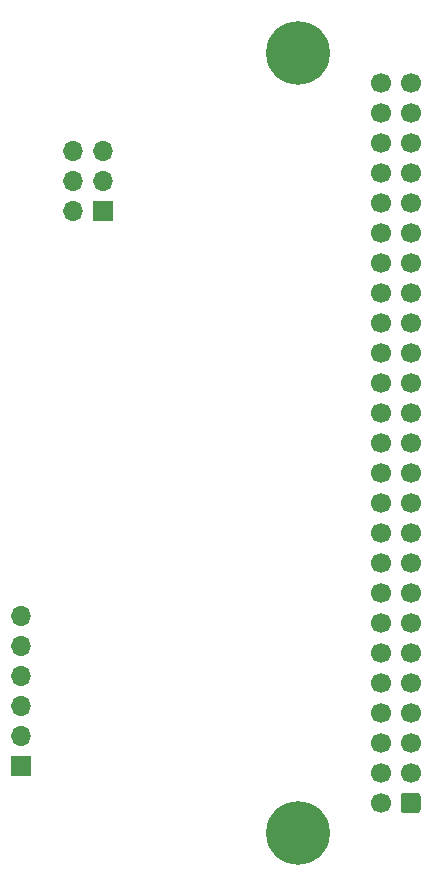
<source format=gbr>
%TF.GenerationSoftware,KiCad,Pcbnew,5.1.8-db9833491~88~ubuntu18.04.1*%
%TF.CreationDate,2020-12-07T13:57:58+00:00*%
%TF.ProjectId,z80_monitor,7a38305f-6d6f-46e6-9974-6f722e6b6963,1*%
%TF.SameCoordinates,Original*%
%TF.FileFunction,Soldermask,Bot*%
%TF.FilePolarity,Negative*%
%FSLAX46Y46*%
G04 Gerber Fmt 4.6, Leading zero omitted, Abs format (unit mm)*
G04 Created by KiCad (PCBNEW 5.1.8-db9833491~88~ubuntu18.04.1) date 2020-12-07 13:57:58*
%MOMM*%
%LPD*%
G01*
G04 APERTURE LIST*
%ADD10C,0.800000*%
%ADD11C,5.400000*%
%ADD12C,1.700000*%
%ADD13O,1.700000X1.700000*%
%ADD14R,1.700000X1.700000*%
G04 APERTURE END LIST*
D10*
%TO.C,H2*%
X131606891Y-120488109D03*
X130175000Y-119895000D03*
X128743109Y-120488109D03*
X128150000Y-121920000D03*
X128743109Y-123351891D03*
X130175000Y-123945000D03*
X131606891Y-123351891D03*
X132200000Y-121920000D03*
D11*
X130175000Y-121920000D03*
%TD*%
D10*
%TO.C,H1*%
X131606891Y-54448109D03*
X130175000Y-53855000D03*
X128743109Y-54448109D03*
X128150000Y-55880000D03*
X128743109Y-57311891D03*
X130175000Y-57905000D03*
X131606891Y-57311891D03*
X132200000Y-55880000D03*
D11*
X130175000Y-55880000D03*
%TD*%
D12*
%TO.C,J3*%
X137160000Y-58420000D03*
X137160000Y-60960000D03*
X137160000Y-63500000D03*
X137160000Y-66040000D03*
X137160000Y-68580000D03*
X137160000Y-71120000D03*
X137160000Y-73660000D03*
X137160000Y-76200000D03*
X137160000Y-78740000D03*
X137160000Y-81280000D03*
X137160000Y-83820000D03*
X137160000Y-86360000D03*
X137160000Y-88900000D03*
X137160000Y-91440000D03*
X137160000Y-93980000D03*
X137160000Y-96520000D03*
X137160000Y-99060000D03*
X137160000Y-101600000D03*
X137160000Y-104140000D03*
X137160000Y-106680000D03*
X137160000Y-109220000D03*
X137160000Y-111760000D03*
X137160000Y-114300000D03*
X137160000Y-116840000D03*
X137160000Y-119380000D03*
X139700000Y-58420000D03*
X139700000Y-60960000D03*
X139700000Y-63500000D03*
X139700000Y-66040000D03*
X139700000Y-68580000D03*
X139700000Y-71120000D03*
X139700000Y-73660000D03*
X139700000Y-76200000D03*
X139700000Y-78740000D03*
X139700000Y-81280000D03*
X139700000Y-83820000D03*
X139700000Y-86360000D03*
X139700000Y-88900000D03*
X139700000Y-91440000D03*
X139700000Y-93980000D03*
X139700000Y-96520000D03*
X139700000Y-99060000D03*
X139700000Y-101600000D03*
X139700000Y-104140000D03*
X139700000Y-106680000D03*
X139700000Y-109220000D03*
X139700000Y-111760000D03*
X139700000Y-114300000D03*
X139700000Y-116840000D03*
G36*
G01*
X140550000Y-118780000D02*
X140550000Y-119980000D01*
G75*
G02*
X140300000Y-120230000I-250000J0D01*
G01*
X139100000Y-120230000D01*
G75*
G02*
X138850000Y-119980000I0J250000D01*
G01*
X138850000Y-118780000D01*
G75*
G02*
X139100000Y-118530000I250000J0D01*
G01*
X140300000Y-118530000D01*
G75*
G02*
X140550000Y-118780000I0J-250000D01*
G01*
G37*
%TD*%
D13*
%TO.C,J2*%
X111125000Y-64135000D03*
X113665000Y-64135000D03*
X111125000Y-66675000D03*
X113665000Y-66675000D03*
X111125000Y-69215000D03*
D14*
X113665000Y-69215000D03*
%TD*%
D13*
%TO.C,J1*%
X106680000Y-103505000D03*
X106680000Y-106045000D03*
X106680000Y-108585000D03*
X106680000Y-111125000D03*
X106680000Y-113665000D03*
D14*
X106680000Y-116205000D03*
%TD*%
M02*

</source>
